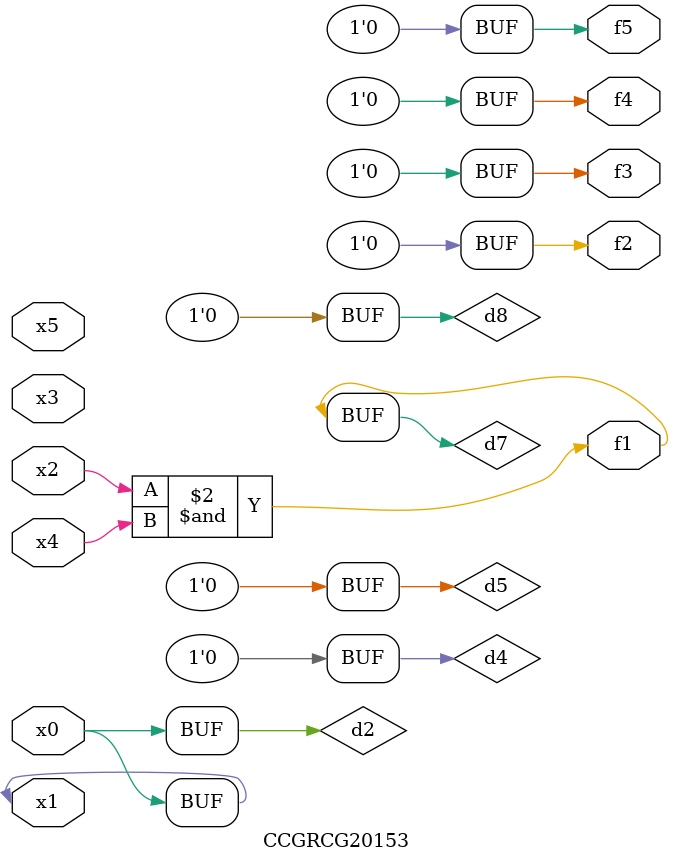
<source format=v>
module CCGRCG20153(
	input x0, x1, x2, x3, x4, x5,
	output f1, f2, f3, f4, f5
);

	wire d1, d2, d3, d4, d5, d6, d7, d8, d9;

	nand (d1, x1);
	buf (d2, x0, x1);
	nand (d3, x2, x4);
	and (d4, d1, d2);
	and (d5, d1, d2);
	nand (d6, d1, d3);
	not (d7, d3);
	xor (d8, d5);
	nor (d9, d5, d6);
	assign f1 = d7;
	assign f2 = d8;
	assign f3 = d8;
	assign f4 = d8;
	assign f5 = d8;
endmodule

</source>
